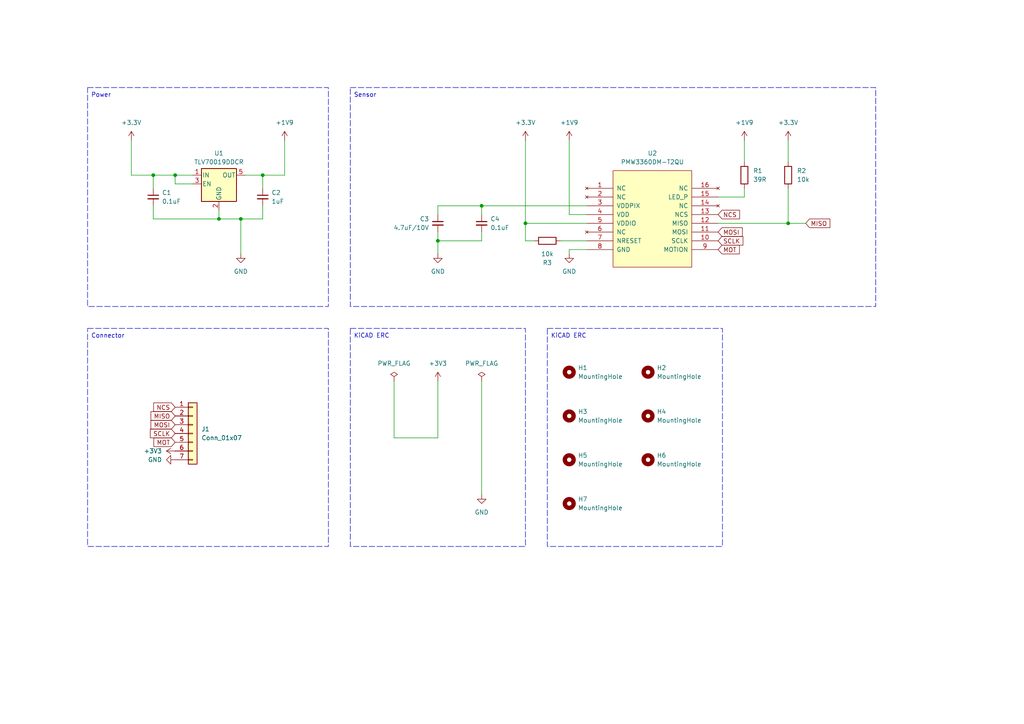
<source format=kicad_sch>
(kicad_sch (version 20231120) (generator "eeschema") (generator_version "8.0")
  (paper "A4")
  (title_block (title "SUSUGOROMO-3360") (rev "1.0"))
  (lib_symbols
    (symbol "Connector_Generic:Conn_01x07" (pin_names (offset 1.016) hide)
      (property "Reference" "J" (at 0 10.16 0))
      (property "Value" "Conn_01x07" (at 0 -10.16 0))
      (symbol "Conn_01x07_1_1"
        (rectangle (start -1.27 -7.493) (end 0 -7.747) (stroke (width 0.1524)))
        (rectangle (start -1.27 -4.953) (end 0 -5.207) (stroke (width 0.1524)))
        (rectangle (start -1.27 -2.413) (end 0 -2.667) (stroke (width 0.1524)))
        (rectangle (start -1.27 0.127) (end 0 -0.127) (stroke (width 0.1524)))
        (rectangle (start -1.27 2.667) (end 0 2.413) (stroke (width 0.1524)))
        (rectangle (start -1.27 5.207) (end 0 4.953) (stroke (width 0.1524)))
        (rectangle (start -1.27 7.747) (end 0 7.493) (stroke (width 0.1524)))
        (rectangle (start -1.27 8.89) (end 1.27 -8.89) (stroke (width 0.254)) (fill (type background)))
        (pin passive line (at -5.08 7.62 0) (length 3.81) (name "Pin_1") (number "1"))
        (pin passive line (at -5.08 5.08 0) (length 3.81) (name "Pin_2") (number "2"))
        (pin passive line (at -5.08 2.54 0) (length 3.81) (name "Pin_3") (number "3"))
        (pin passive line (at -5.08 0 0) (length 3.81) (name "Pin_4") (number "4"))
        (pin passive line (at -5.08 -2.54 0) (length 3.81) (name "Pin_5") (number "5"))
        (pin passive line (at -5.08 -5.08 0) (length 3.81) (name "Pin_6") (number "6"))
        (pin passive line (at -5.08 -7.62 0) (length 3.81) (name "Pin_7") (number "7"))
      )
    )
    (symbol "Device:C_Small" (pin_numbers hide) (pin_names (offset 0.254) hide)
      (property "Reference" "C" (at 0.254 1.778 0))
      (property "Value" "C_Small" (at 0.254 -2.032 0))
      (symbol "C_Small_0_1"
        (polyline (pts (xy -1.524 -0.508) (xy 1.524 -0.508)) (stroke (width 0.3302)))
        (polyline (pts (xy -1.524 0.508) (xy 1.524 0.508)) (stroke (width 0.3048)))
      )
      (symbol "C_Small_1_1"
        (pin passive line (at 0 2.54 270) (length 2.032) (name "~") (number "1"))
        (pin passive line (at 0 -2.54 90) (length 2.032) (name "~") (number "2"))
      )
    )
    (symbol "Device:R" (pin_numbers hide) (pin_names (offset 0))
      (property "Reference" "R" (at 2.032 0 90))
      (property "Value" "R" (at 0 0 90))
      (symbol "R_0_1"
        (rectangle (start -1.016 -2.54) (end 1.016 2.54) (stroke (width 0.254)))
      )
      (symbol "R_1_1"
        (pin passive line (at 0 3.81 270) (length 1.27) (name "~") (number "1"))
        (pin passive line (at 0 -3.81 90) (length 1.27) (name "~") (number "2"))
      )
    )
    (symbol "Mechanical:MountingHole" (pin_names (offset 1.016)) (exclude_from_sim yes) (in_bom no)
      (property "Reference" "H" (at 0 5.08 0))
      (property "Value" "MountingHole" (at 0 3.175 0))
      (symbol "MountingHole_0_1"
        (circle (center 0 0) (radius 1.27) (stroke (width 1.27)))
      )
    )
    (symbol "Regulator_Linear:TLV70019_SOT23-5" (pin_names (offset 0.254))
      (property "Reference" "U" (at -3.81 5.715 0))
      (property "Value" "TLV70019_SOT23-5" (at 0 5.715 0))
      (symbol "TLV70019_SOT23-5_0_1"
        (rectangle (start -5.08 4.445) (end 5.08 -5.08) (stroke (width 0.254)) (fill (type background)))
      )
      (symbol "TLV70019_SOT23-5_1_1"
        (pin power_in line (at -7.62 2.54 0) (length 2.54) (name "IN") (number "1"))
        (pin power_in line (at 0 -7.62 90) (length 2.54) (name "GND") (number "2"))
        (pin input line (at -7.62 0 0) (length 2.54) (name "EN") (number "3"))
        (pin no_connect line (at 5.08 0 180) (length 2.54) hide (name "NC") (number "4"))
        (pin power_out line (at 7.62 2.54 180) (length 2.54) (name "OUT") (number "5"))
      )
    )
    (symbol "power:+1V8" (power) (pin_numbers hide) (pin_names (offset 0) hide)
      (property "Value" "+1V8" (at 0 3.556 0))
      (symbol "+1V8_0_1"
        (polyline (pts (xy -0.762 1.27) (xy 0 2.54)))
        (polyline (pts (xy 0 0) (xy 0 2.54)))
        (polyline (pts (xy 0 2.54) (xy 0.762 1.27)))
      )
      (symbol "+1V8_1_1"
        (pin power_in line (at 0 0 90) (length 0) (name "~") (number "1"))
      )
    )
    (symbol "power:+3.3V" (power) (pin_numbers hide) (pin_names (offset 0) hide)
      (property "Value" "+3.3V" (at 0 3.556 0))
      (symbol "+3.3V_0_1"
        (polyline (pts (xy -0.762 1.27) (xy 0 2.54)))
        (polyline (pts (xy 0 0) (xy 0 2.54)))
        (polyline (pts (xy 0 2.54) (xy 0.762 1.27)))
      )
      (symbol "+3.3V_1_1"
        (pin power_in line (at 0 0 90) (length 0) (name "~") (number "1"))
      )
    )
    (symbol "power:GND" (power) (pin_numbers hide) (pin_names (offset 0) hide)
      (property "Value" "GND" (at 0 -3.81 0))
      (symbol "GND_0_1"
        (polyline (pts (xy 0 0) (xy 0 -1.27) (xy 1.27 -1.27) (xy 0 -2.54) (xy -1.27 -1.27) (xy 0 -1.27)))
      )
      (symbol "GND_1_1"
        (pin power_in line (at 0 0 270) (length 0) (name "~") (number "1"))
      )
    )
    (symbol "power:PWR_FLAG" (power) (pin_numbers hide) (pin_names (offset 0) hide)
      (property "Value" "PWR_FLAG" (at 0 3.81 0))
      (symbol "PWR_FLAG_0_0"
        (pin power_out line (at 0 0 90) (length 0) (name "~") (number "1"))
      )
      (symbol "PWR_FLAG_0_1"
        (polyline (pts (xy 0 0) (xy 0 1.27) (xy -1.016 1.905) (xy 0 2.54) (xy 1.016 1.905) (xy 0 1.27)))
      )
    )
    (symbol "sumi-symbols:PMW3360DM-T2QU" (pin_names (offset 1.016))
      (property "Reference" "U" (at -10.668 15.24 0))
      (property "Value" "PMW3360DM-T2QU" (at 0 -16.764 0))
      (symbol "PMW3360DM-T2QU_1_0"
        (rectangle (start -11.43 13.97) (end 11.43 -13.97) (fill (type background)))
      )
      (symbol "PMW3360DM-T2QU_1_1"
        (pin no_connect line (at -19.05 8.89 0) (length 7.62) (name "NC") (number "1"))
        (pin input line (at 19.05 -6.35 180) (length 7.62) (name "SCLK") (number "10"))
        (pin input line (at 19.05 -3.81 180) (length 7.62) (name "MOSI") (number "11"))
        (pin output line (at 19.05 -1.27 180) (length 7.62) (name "MISO") (number "12"))
        (pin input line (at 19.05 1.27 180) (length 7.62) (name "NCS") (number "13"))
        (pin no_connect line (at 19.05 3.81 180) (length 7.62) (name "NC") (number "14"))
        (pin input line (at 19.05 6.35 180) (length 7.62) (name "LED_P") (number "15"))
        (pin no_connect line (at 19.05 8.89 180) (length 7.62) (name "NC") (number "16"))
        (pin no_connect line (at -19.05 6.35 0) (length 7.62) (name "NC") (number "2"))
        (pin power_out line (at -19.05 3.81 0) (length 7.62) (name "VDDPIX") (number "3"))
        (pin power_in line (at -19.05 1.27 0) (length 7.62) (name "VDD") (number "4"))
        (pin power_in line (at -19.05 -1.27 0) (length 7.62) (name "VDDIO") (number "5"))
        (pin no_connect line (at -19.05 -3.81 0) (length 7.62) (name "NC") (number "6"))
        (pin input line (at -19.05 -6.35 0) (length 7.62) (name "NRESET") (number "7"))
        (pin input line (at -19.05 -8.89 0) (length 7.62) (name "GND") (number "8"))
        (pin output line (at 19.05 -8.89 180) (length 7.62) (name "MOTION") (number "9"))
      )
    )
  )
  (junction (at 50.8 50.8))
  (junction (at 228.6 64.77))
  (junction (at 69.85 63.5))
  (junction (at 139.7 59.69))
  (junction (at 152.4 64.77))
  (junction (at 127 69.85))
  (junction (at 76.2 50.8))
  (junction (at 63.5 63.5))
  (junction (at 44.45 50.8))
  (wire (pts (xy 44.45 63.5) (xy 63.5 63.5)))
  (wire (pts (xy 38.1 50.8) (xy 38.1 40.64)))
  (wire (pts (xy 63.5 63.5) (xy 69.85 63.5)))
  (wire (pts (xy 139.7 59.69) (xy 170.18 59.69)))
  (wire (pts (xy 44.45 50.8) (xy 38.1 50.8)))
  (wire (pts (xy 165.1 62.23) (xy 170.18 62.23)))
  (wire (pts (xy 228.6 64.77) (xy 233.68 64.77)))
  (wire (pts (xy 76.2 50.8) (xy 76.2 54.61)))
  (wire (pts (xy 139.7 110.49) (xy 139.7 143.51)))
  (wire (pts (xy 114.3 127) (xy 127 127)))
  (wire (pts (xy 228.6 40.64) (xy 228.6 46.99)))
  (wire (pts (xy 127 127) (xy 127 110.49)))
  (wire (pts (xy 55.88 53.34) (xy 50.8 53.34)))
  (wire (pts (xy 215.9 57.15) (xy 215.9 54.61)))
  (wire (pts (xy 165.1 40.64) (xy 165.1 62.23)))
  (wire (pts (xy 228.6 64.77) (xy 208.28 64.77)))
  (wire (pts (xy 228.6 54.61) (xy 228.6 64.77)))
  (wire (pts (xy 82.55 50.8) (xy 82.55 40.64)))
  (wire (pts (xy 127 69.85) (xy 127 73.66)))
  (wire (pts (xy 63.5 63.5) (xy 63.5 60.96)))
  (wire (pts (xy 165.1 72.39) (xy 165.1 73.66)))
  (wire (pts (xy 50.8 53.34) (xy 50.8 50.8)))
  (wire (pts (xy 127 59.69) (xy 127 62.23)))
  (wire (pts (xy 44.45 50.8) (xy 44.45 54.61)))
  (wire (pts (xy 50.8 50.8) (xy 44.45 50.8)))
  (wire (pts (xy 139.7 59.69) (xy 139.7 62.23)))
  (wire (pts (xy 127 67.31) (xy 127 69.85)))
  (wire (pts (xy 69.85 63.5) (xy 69.85 73.66)))
  (wire (pts (xy 114.3 110.49) (xy 114.3 127)))
  (wire (pts (xy 215.9 40.64) (xy 215.9 46.99)))
  (wire (pts (xy 76.2 63.5) (xy 69.85 63.5)))
  (wire (pts (xy 152.4 69.85) (xy 152.4 64.77)))
  (wire (pts (xy 152.4 64.77) (xy 170.18 64.77)))
  (wire (pts (xy 139.7 69.85) (xy 127 69.85)))
  (wire (pts (xy 44.45 59.69) (xy 44.45 63.5)))
  (wire (pts (xy 139.7 59.69) (xy 127 59.69)))
  (wire (pts (xy 71.12 50.8) (xy 76.2 50.8)))
  (wire (pts (xy 154.94 69.85) (xy 152.4 69.85)))
  (wire (pts (xy 162.56 69.85) (xy 170.18 69.85)))
  (wire (pts (xy 152.4 40.64) (xy 152.4 64.77)))
  (wire (pts (xy 76.2 50.8) (xy 82.55 50.8)))
  (wire (pts (xy 208.28 57.15) (xy 215.9 57.15)))
  (wire (pts (xy 55.88 50.8) (xy 50.8 50.8)))
  (wire (pts (xy 139.7 67.31) (xy 139.7 69.85)))
  (wire (pts (xy 170.18 72.39) (xy 165.1 72.39)))
  (wire (pts (xy 76.2 59.69) (xy 76.2 63.5)))
  (rectangle (start 158.75 95.25) (end 209.55 158.496) (stroke (width 0) (type dash)))
  (rectangle (start 25.4 95.25) (end 95.25 158.496) (stroke (width 0) (type dash)))
  (rectangle (start 25.4 25.4) (end 95.25 88.9) (stroke (width 0) (type dash)))
  (rectangle (start 101.6 95.25) (end 152.4 158.496) (stroke (width 0) (type dash)))
  (rectangle (start 101.6 25.4) (end 254 88.9) (stroke (width 0) (type dash)))
  (text "Power" (at 26.416 26.924 0) (effects (font (size 1.27 1.27)) (justify left top)))
  (text "Sensor" (at 102.616 26.924 0) (effects (font (size 1.27 1.27)) (justify left top)))
  (text "KiCAD ERC" (at 102.616 96.774 0) (effects (font (size 1.27 1.27)) (justify left top)))
  (text "Connector" (at 26.416 96.774 0) (effects (font (size 1.27 1.27)) (justify left top)))
  (text "KiCAD ERC" (at 159.766 96.774 0) (effects (font (size 1.27 1.27)) (justify left top)))
  (global_label "MOT" (shape input) (at 208.28 72.39 0) (property "Intersheetrefs" "${INTERSHEET_REFS}" (effects (hide yes))))
  (global_label "NCS" (shape input) (at 208.28 62.23 0) (property "Intersheetrefs" "${INTERSHEET_REFS}" (effects (hide yes))))
  (global_label "SCLK" (shape input) (at 208.28 69.85 0) (property "Intersheetrefs" "${INTERSHEET_REFS}" (effects (hide yes))))
  (global_label "SCLK" (shape input) (at 50.8 125.73 180) (property "Intersheetrefs" "${INTERSHEET_REFS}" (effects (hide yes))))
  (global_label "MOSI" (shape input) (at 208.28 67.31 0) (property "Intersheetrefs" "${INTERSHEET_REFS}" (effects (hide yes))))
  (global_label "MOSI" (shape input) (at 50.8 123.19 180) (property "Intersheetrefs" "${INTERSHEET_REFS}" (effects (hide yes))))
  (global_label "MISO" (shape input) (at 233.68 64.77 0) (property "Intersheetrefs" "${INTERSHEET_REFS}" (effects (hide yes))))
  (global_label "MOT" (shape input) (at 50.8 128.27 180) (property "Intersheetrefs" "${INTERSHEET_REFS}" (effects (hide yes))))
  (global_label "NCS" (shape input) (at 50.8 118.11 180) (property "Intersheetrefs" "${INTERSHEET_REFS}" (effects (hide yes))))
  (global_label "MISO" (shape input) (at 50.8 120.65 180) (property "Intersheetrefs" "${INTERSHEET_REFS}" (effects (hide yes))))
  (symbol (lib_id "power:+3.3V") (at 127 110.49 0) (unit 1)
    (property "Reference" "#PWR010" (effects (hide yes)))
    (property "Value" "+3V3" (at 127 105.41 0))
    (property "Description" "Power symbol creates a global label with name \"+3.3V\"" (effects (hide yes)))
  )
  (symbol (lib_id "Device:C_Small") (at 139.7 64.77 0) (unit 1)
    (property "Reference" "C4" (at 142.24 63.5062 0) (effects (justify left)))
    (property "Value" "0.1uF" (at 142.24 66.0462 0) (effects (justify left)))
    (property "Footprint" "Capacitor_SMD:C_0805_2012Metric_Pad1.18x1.45mm_HandSolder" (effects (hide yes)))
    (property "Datasheet" "https://www.zaikostore.com/zaikostore/stockDetail?stockID=st63743536" (effects (hide yes)))
    (property "Description" "Unpolarized capacitor, small symbol" (effects (hide yes)))
  )
  (symbol (lib_id "power:GND") (at 165.1 73.66 0) (unit 1)
    (property "Reference" "#PWR09" (effects (hide yes)))
    (property "Value" "GND" (at 165.1 78.74 0))
    (property "Description" "Power symbol creates a global label with name \"GND\" , ground" (effects (hide yes)))
  )
  (symbol (lib_id "Device:C_Small") (at 44.45 57.15 0) (unit 1)
    (property "Reference" "C1" (at 46.99 55.8862 0) (effects (justify left)))
    (property "Value" "0.1uF" (at 46.99 58.4262 0) (effects (justify left)))
    (property "Footprint" "Capacitor_SMD:C_0805_2012Metric_Pad1.18x1.45mm_HandSolder" (effects (hide yes)))
    (property "Datasheet" "https://www.zaikostore.com/zaikostore/stockDetail?stockID=st63743536" (effects (hide yes)))
    (property "Description" "Unpolarized capacitor, small symbol" (effects (hide yes)))
  )
  (symbol (lib_id "power:+3.3V") (at 50.8 130.81 90) (unit 1)
    (property "Reference" "#PWR011" (effects (hide yes)))
    (property "Value" "+3V3" (at 46.99 130.8099 90) (effects (justify left)))
    (property "Description" "Power symbol creates a global label with name \"+3.3V\"" (effects (hide yes)))
  )
  (symbol (lib_id "Device:C_Small") (at 127 64.77 0) (mirror y) (unit 1)
    (property "Reference" "C3" (at 124.46 63.5062 0) (effects (justify left)))
    (property "Value" "4.7uF/10V" (at 124.46 66.0462 0) (effects (justify left)))
    (property "Footprint" "Capacitor_SMD:C_0805_2012Metric_Pad1.18x1.45mm_HandSolder" (effects (hide yes)))
    (property "Datasheet" "https://www.zaikostore.com/zaikostore/stockDetail?stockID=st42105997" (effects (hide yes)))
    (property "Description" "Unpolarized capacitor, small symbol" (effects (hide yes)))
  )
  (symbol (lib_id "power:GND") (at 139.7 143.51 0) (unit 1)
    (property "Reference" "#PWR013" (effects (hide yes)))
    (property "Value" "GND" (at 139.7 148.59 0))
    (property "Description" "Power symbol creates a global label with name \"GND\" , ground" (effects (hide yes)))
  )
  (symbol (lib_id "Device:R") (at 158.75 69.85 270) (mirror x) (unit 1)
    (property "Reference" "R3" (at 158.75 76.2 90))
    (property "Value" "10k" (at 158.75 73.66 90))
    (property "Footprint" "Resistor_SMD:R_0805_2012Metric_Pad1.20x1.40mm_HandSolder" (effects (hide yes)))
    (property "Datasheet" "https://www.zaikostore.com/zaikostore/stockDetail?stockID=st49073235" (effects (hide yes)))
    (property "Description" "Resistor" (effects (hide yes)))
  )
  (symbol (lib_id "Device:R") (at 228.6 50.8 0) (unit 1)
    (property "Reference" "R2" (at 231.14 49.5299 0) (effects (justify left)))
    (property "Value" "10k" (at 231.14 52.0699 0) (effects (justify left)))
    (property "Footprint" "Resistor_SMD:R_0805_2012Metric_Pad1.20x1.40mm_HandSolder" (effects (hide yes)))
    (property "Datasheet" "https://www.zaikostore.com/zaikostore/stockDetail?stockID=st49073235" (effects (hide yes)))
    (property "Description" "Resistor" (effects (hide yes)))
  )
  (symbol (lib_id "power:PWR_FLAG") (at 139.7 110.49 0) (unit 1)
    (property "Reference" "#FLG02" (effects (hide yes)))
    (property "Value" "PWR_FLAG" (at 139.7 105.41 0))
    (property "Description" "Special symbol for telling ERC where power comes from" (effects (hide yes)))
  )
  (symbol (lib_id "Regulator_Linear:TLV70019_SOT23-5") (at 63.5 53.34 0) (unit 1)
    (property "Reference" "U1" (at 63.5 44.45 0))
    (property "Value" "TLV70019DDCR" (at 63.5 46.99 0))
    (property "Footprint" "Package_TO_SOT_SMD:SOT-23-5_HandSoldering" (effects (hide yes)))
    (property "Datasheet" "http://www.ti.com/lit/ds/symlink/tlv700.pdf" (effects (hide yes)))
    (property "Description" "200mA Low Dropout Voltage Regulator, Fixed Output 1.9V, SOT-23-5" (effects (hide yes)))
  )
  (symbol (lib_id "Connector_Generic:Conn_01x07") (at 55.88 125.73 0) (unit 1)
    (property "Reference" "J1" (at 58.42 124.4599 0) (effects (justify left)))
    (property "Value" "Conn_01x07" (at 58.42 126.9999 0) (effects (justify left)))
    (property "Footprint" "isw-kbd:PinHeader_1x07_P2.54mm_Horizontal" (effects (hide yes)))
    (property "Description" "Generic connector, single row, 01x07, script generated (kicad-library-utils/schlib/autogen/connector/)" (effects (hide yes)))
  )
  (symbol (lib_id "power:+3.3V") (at 228.6 40.64 0) (unit 1)
    (property "Reference" "#PWR06" (effects (hide yes)))
    (property "Value" "+3.3V" (at 228.6 35.56 0))
    (property "Description" "Power symbol creates a global label with name \"+3.3V\"" (effects (hide yes)))
  )
  (symbol (lib_id "power:GND") (at 69.85 73.66 0) (unit 1)
    (property "Reference" "#PWR07" (effects (hide yes)))
    (property "Value" "GND" (at 69.85 78.74 0))
    (property "Description" "Power symbol creates a global label with name \"GND\" , ground" (effects (hide yes)))
  )
  (symbol (lib_id "Mechanical:MountingHole") (at 165.1 107.95 0) (unit 1) (exclude_from_sim yes) (in_bom no)
    (property "Reference" "H1" (at 167.64 106.6799 0) (effects (justify left)))
    (property "Value" "MountingHole" (at 167.64 109.2199 0) (effects (justify left)))
    (property "Footprint" "isw-kbd:M2_ScrewHole_EdgeCuts" (effects (hide yes)))
    (property "Description" "Mounting Hole without connection" (effects (hide yes)))
  )
  (symbol (lib_id "Mechanical:MountingHole") (at 165.1 120.65 0) (unit 1) (exclude_from_sim yes) (in_bom no)
    (property "Reference" "H3" (at 167.64 119.3799 0) (effects (justify left)))
    (property "Value" "MountingHole" (at 167.64 121.9199 0) (effects (justify left)))
    (property "Footprint" "isw-kbd:M2_ScrewHole_EdgeCuts" (effects (hide yes)))
    (property "Description" "Mounting Hole without connection" (effects (hide yes)))
  )
  (symbol (lib_id "Device:R") (at 215.9 50.8 0) (unit 1)
    (property "Reference" "R1" (at 218.44 49.5299 0) (effects (justify left)))
    (property "Value" "39R" (at 218.44 52.0699 0) (effects (justify left)))
    (property "Footprint" "Resistor_SMD:R_0805_2012Metric_Pad1.20x1.40mm_HandSolder" (effects (hide yes)))
    (property "Datasheet" "https://www.zaikostore.com/zaikostore/stockDetail?stockID=st40048928" (effects (hide yes)))
    (property "Description" "Resistor" (effects (hide yes)))
  )
  (symbol (lib_id "Mechanical:MountingHole") (at 165.1 146.05 0) (unit 1) (exclude_from_sim yes) (in_bom no)
    (property "Reference" "H7" (at 167.64 144.7799 0) (effects (justify left)))
    (property "Value" "MountingHole" (at 167.64 147.3199 0) (effects (justify left)))
    (property "Footprint" "isw-kbd:M2_ScrewHole_EdgeCuts" (effects (hide yes)))
    (property "Description" "Mounting Hole without connection" (effects (hide yes)))
  )
  (symbol (lib_id "Mechanical:MountingHole") (at 187.96 107.95 0) (unit 1) (exclude_from_sim yes) (in_bom no)
    (property "Reference" "H2" (at 190.5 106.6799 0) (effects (justify left)))
    (property "Value" "MountingHole" (at 190.5 109.2199 0) (effects (justify left)))
    (property "Footprint" "isw-kbd:M2_ScrewHole_EdgeCuts" (effects (hide yes)))
    (property "Description" "Mounting Hole without connection" (effects (hide yes)))
  )
  (symbol (lib_id "power:+3.3V") (at 152.4 40.64 0) (unit 1)
    (property "Reference" "#PWR03" (effects (hide yes)))
    (property "Value" "+3.3V" (at 152.4 35.56 0))
    (property "Description" "Power symbol creates a global label with name \"+3.3V\"" (effects (hide yes)))
  )
  (symbol (lib_id "power:+3.3V") (at 38.1 40.64 0) (unit 1)
    (property "Reference" "#PWR01" (effects (hide yes)))
    (property "Value" "+3.3V" (at 38.1 35.56 0))
    (property "Description" "Power symbol creates a global label with name \"+3.3V\"" (effects (hide yes)))
  )
  (symbol (lib_id "sumi-symbols:PMW3360DM-T2QU") (at 189.23 63.5 0) (unit 1)
    (property "Reference" "U2" (at 189.23 44.45 0))
    (property "Value" "PMW3360DM-T2QU" (at 189.23 46.99 0))
    (property "Footprint" "sumi-footprints:PMW3360DM-T2QU" (effects (hide yes)))
    (property "Description" "Optical Gaming Navigation Chip" (effects (hide yes)))
  )
  (symbol (lib_id "power:GND") (at 127 73.66 0) (unit 1)
    (property "Reference" "#PWR08" (effects (hide yes)))
    (property "Value" "GND" (at 127 78.74 0))
    (property "Description" "Power symbol creates a global label with name \"GND\" , ground" (effects (hide yes)))
  )
  (symbol (lib_id "power:+1V8") (at 165.1 40.64 0) (unit 1)
    (property "Reference" "#PWR04" (effects (hide yes)))
    (property "Value" "+1V9" (at 165.1 35.56 0))
    (property "Description" "Power symbol creates a global label with name \"+1V8\"" (effects (hide yes)))
  )
  (symbol (lib_id "power:+1V8") (at 215.9 40.64 0) (unit 1)
    (property "Reference" "#PWR05" (effects (hide yes)))
    (property "Value" "+1V9" (at 215.9 35.56 0))
    (property "Description" "Power symbol creates a global label with name \"+1V8\"" (effects (hide yes)))
  )
  (symbol (lib_id "Mechanical:MountingHole") (at 187.96 133.35 0) (unit 1) (exclude_from_sim yes) (in_bom no)
    (property "Reference" "H6" (at 190.5 132.0799 0) (effects (justify left)))
    (property "Value" "MountingHole" (at 190.5 134.6199 0) (effects (justify left)))
    (property "Footprint" "isw-kbd:M2_ScrewHole_EdgeCuts" (effects (hide yes)))
    (property "Description" "Mounting Hole without connection" (effects (hide yes)))
  )
  (symbol (lib_id "Mechanical:MountingHole") (at 165.1 133.35 0) (unit 1) (exclude_from_sim yes) (in_bom no)
    (property "Reference" "H5" (at 167.64 132.0799 0) (effects (justify left)))
    (property "Value" "MountingHole" (at 167.64 134.6199 0) (effects (justify left)))
    (property "Footprint" "isw-kbd:M2_ScrewHole_EdgeCuts" (effects (hide yes)))
    (property "Description" "Mounting Hole without connection" (effects (hide yes)))
  )
  (symbol (lib_id "power:GND") (at 50.8 133.35 270) (unit 1)
    (property "Reference" "#PWR012" (effects (hide yes)))
    (property "Value" "GND" (at 46.99 133.3499 90) (effects (justify right)))
    (property "Description" "Power symbol creates a global label with name \"GND\" , ground" (effects (hide yes)))
  )
  (symbol (lib_id "Device:C_Small") (at 76.2 57.15 0) (unit 1)
    (property "Reference" "C2" (at 78.74 55.8862 0) (effects (justify left)))
    (property "Value" "1uF" (at 78.74 58.4262 0) (effects (justify left)))
    (property "Footprint" "Capacitor_SMD:C_0805_2012Metric_Pad1.18x1.45mm_HandSolder" (effects (hide yes)))
    (property "Datasheet" "https://www.zaikostore.com/zaikostore/stockDetail?stockID=st42106229" (effects (hide yes)))
    (property "Description" "Unpolarized capacitor, small symbol" (effects (hide yes)))
  )
  (symbol (lib_id "Mechanical:MountingHole") (at 187.96 120.65 0) (unit 1) (exclude_from_sim yes) (in_bom no)
    (property "Reference" "H4" (at 190.5 119.3799 0) (effects (justify left)))
    (property "Value" "MountingHole" (at 190.5 121.9199 0) (effects (justify left)))
    (property "Footprint" "isw-kbd:M2_ScrewHole_EdgeCuts" (effects (hide yes)))
    (property "Description" "Mounting Hole without connection" (effects (hide yes)))
  )
  (symbol (lib_id "power:+1V8") (at 82.55 40.64 0) (unit 1)
    (property "Reference" "#PWR02" (effects (hide yes)))
    (property "Value" "+1V9" (at 82.55 35.56 0))
    (property "Description" "Power symbol creates a global label with name \"+1V8\"" (effects (hide yes)))
  )
  (symbol (lib_id "power:PWR_FLAG") (at 114.3 110.49 0) (unit 1)
    (property "Reference" "#FLG01" (effects (hide yes)))
    (property "Value" "PWR_FLAG" (at 114.3 105.41 0))
    (property "Description" "Special symbol for telling ERC where power comes from" (effects (hide yes)))
  )
)
</source>
